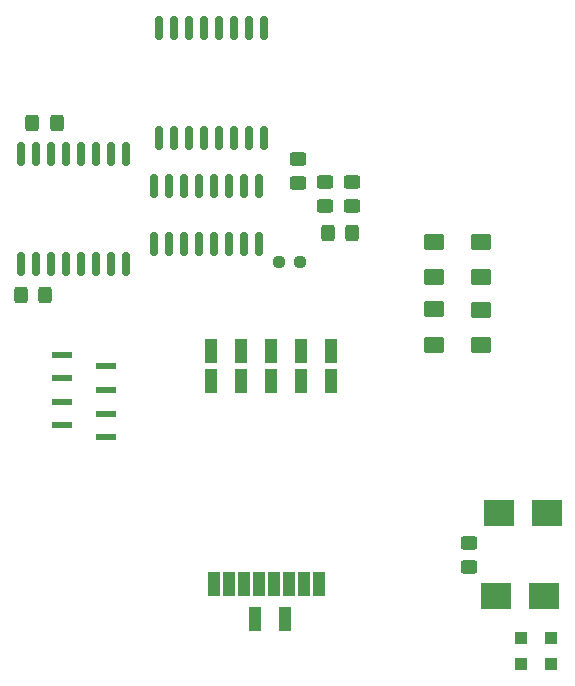
<source format=gtp>
G04 #@! TF.GenerationSoftware,KiCad,Pcbnew,(6.0.1-0)*
G04 #@! TF.CreationDate,2022-03-11T16:57:28+01:00*
G04 #@! TF.ProjectId,PowerAnalyzer_ACS71020_V2,506f7765-7241-46e6-916c-797a65725f41,2.2*
G04 #@! TF.SameCoordinates,Original*
G04 #@! TF.FileFunction,Paste,Top*
G04 #@! TF.FilePolarity,Positive*
%FSLAX46Y46*%
G04 Gerber Fmt 4.6, Leading zero omitted, Abs format (unit mm)*
G04 Created by KiCad (PCBNEW (6.0.1-0)) date 2022-03-11 16:57:28*
%MOMM*%
%LPD*%
G01*
G04 APERTURE LIST*
G04 Aperture macros list*
%AMRoundRect*
0 Rectangle with rounded corners*
0 $1 Rounding radius*
0 $2 $3 $4 $5 $6 $7 $8 $9 X,Y pos of 4 corners*
0 Add a 4 corners polygon primitive as box body*
4,1,4,$2,$3,$4,$5,$6,$7,$8,$9,$2,$3,0*
0 Add four circle primitives for the rounded corners*
1,1,$1+$1,$2,$3*
1,1,$1+$1,$4,$5*
1,1,$1+$1,$6,$7*
1,1,$1+$1,$8,$9*
0 Add four rect primitives between the rounded corners*
20,1,$1+$1,$2,$3,$4,$5,0*
20,1,$1+$1,$4,$5,$6,$7,0*
20,1,$1+$1,$6,$7,$8,$9,0*
20,1,$1+$1,$8,$9,$2,$3,0*%
G04 Aperture macros list end*
%ADD10RoundRect,0.250001X0.624999X-0.462499X0.624999X0.462499X-0.624999X0.462499X-0.624999X-0.462499X0*%
%ADD11RoundRect,0.249999X0.450001X-0.325001X0.450001X0.325001X-0.450001X0.325001X-0.450001X-0.325001X0*%
%ADD12RoundRect,0.249999X0.325001X0.450001X-0.325001X0.450001X-0.325001X-0.450001X0.325001X-0.450001X0*%
%ADD13RoundRect,0.250000X-0.450000X0.325000X-0.450000X-0.325000X0.450000X-0.325000X0.450000X0.325000X0*%
%ADD14R,1.000000X1.000000*%
%ADD15RoundRect,0.249999X-0.450001X0.325001X-0.450001X-0.325001X0.450001X-0.325001X0.450001X0.325001X0*%
%ADD16RoundRect,0.150000X-0.150000X0.875000X-0.150000X-0.875000X0.150000X-0.875000X0.150000X0.875000X0*%
%ADD17RoundRect,0.249999X-0.325001X-0.450001X0.325001X-0.450001X0.325001X0.450001X-0.325001X0.450001X0*%
%ADD18R,1.000000X2.000000*%
%ADD19RoundRect,0.150000X0.150000X-0.825000X0.150000X0.825000X-0.150000X0.825000X-0.150000X-0.825000X0*%
%ADD20RoundRect,0.150000X0.150000X-0.875000X0.150000X0.875000X-0.150000X0.875000X-0.150000X-0.875000X0*%
%ADD21R,2.560396X2.299995*%
%ADD22R,1.700000X0.600000*%
%ADD23RoundRect,0.237500X-0.250000X-0.237500X0.250000X-0.237500X0.250000X0.237500X-0.250000X0.237500X0*%
G04 APERTURE END LIST*
D10*
X106750000Y-158487500D03*
X106750000Y-155512500D03*
D11*
X93500000Y-146775000D03*
X93500000Y-144725000D03*
D10*
X102750000Y-158475000D03*
X102750000Y-155500000D03*
X106750000Y-152737500D03*
X106750000Y-149762500D03*
D12*
X95775000Y-149000000D03*
X93725000Y-149000000D03*
D13*
X91250000Y-142750000D03*
X91250000Y-144800000D03*
D14*
X112600000Y-185500000D03*
X110100000Y-185500000D03*
D15*
X105664000Y-175251000D03*
X105664000Y-177301000D03*
D14*
X112600000Y-183350000D03*
X110100000Y-183350000D03*
D16*
X88303000Y-131693000D03*
X87033000Y-131693000D03*
X85763000Y-131693000D03*
X84493000Y-131693000D03*
X83223000Y-131693000D03*
X81953000Y-131693000D03*
X80683000Y-131693000D03*
X79413000Y-131693000D03*
X79413000Y-140993000D03*
X80683000Y-140993000D03*
X81953000Y-140993000D03*
X83223000Y-140993000D03*
X84493000Y-140993000D03*
X85763000Y-140993000D03*
X87033000Y-140993000D03*
X88303000Y-140993000D03*
D17*
X68725000Y-139750000D03*
X70775000Y-139750000D03*
D18*
X93980000Y-159004000D03*
X91440000Y-159004000D03*
X86360000Y-161544000D03*
X92990000Y-178734000D03*
X91440000Y-161544000D03*
X88900000Y-161544000D03*
X87910000Y-178734000D03*
X87560000Y-181744000D03*
X83820000Y-161544000D03*
X89180000Y-178734000D03*
X93980000Y-161544000D03*
X84100000Y-178734000D03*
X88900000Y-159004000D03*
X90450000Y-178734000D03*
X85370000Y-178734000D03*
X90100000Y-181744000D03*
X91720000Y-178734000D03*
X83820000Y-159004000D03*
X86640000Y-178734000D03*
X86360000Y-159004000D03*
D19*
X79055000Y-149975000D03*
X80325000Y-149975000D03*
X81595000Y-149975000D03*
X82865000Y-149975000D03*
X84135000Y-149975000D03*
X85405000Y-149975000D03*
X86675000Y-149975000D03*
X87945000Y-149975000D03*
X87945000Y-145025000D03*
X86675000Y-145025000D03*
X85405000Y-145025000D03*
X84135000Y-145025000D03*
X82865000Y-145025000D03*
X81595000Y-145025000D03*
X80325000Y-145025000D03*
X79055000Y-145025000D03*
D20*
X67805000Y-151650000D03*
X69075000Y-151650000D03*
X70345000Y-151650000D03*
X71615000Y-151650000D03*
X72885000Y-151650000D03*
X74155000Y-151650000D03*
X75425000Y-151650000D03*
X76695000Y-151650000D03*
X76695000Y-142350000D03*
X75425000Y-142350000D03*
X74155000Y-142350000D03*
X72885000Y-142350000D03*
X71615000Y-142350000D03*
X70345000Y-142350000D03*
X69075000Y-142350000D03*
X67805000Y-142350000D03*
D17*
X67725000Y-154250000D03*
X69775000Y-154250000D03*
D21*
X108227804Y-172750000D03*
X112272196Y-172750000D03*
D10*
X102750000Y-152737500D03*
X102750000Y-149762500D03*
D11*
X95750000Y-146775000D03*
X95750000Y-144725000D03*
D21*
X107977804Y-179750000D03*
X112022196Y-179750000D03*
D22*
X71270000Y-159320000D03*
X74970000Y-160320000D03*
X71270000Y-161320000D03*
X74970000Y-162320000D03*
X71270000Y-163320000D03*
X74970000Y-164320000D03*
X71270000Y-165320000D03*
X74970000Y-166320000D03*
D23*
X89587500Y-151500000D03*
X91412500Y-151500000D03*
M02*

</source>
